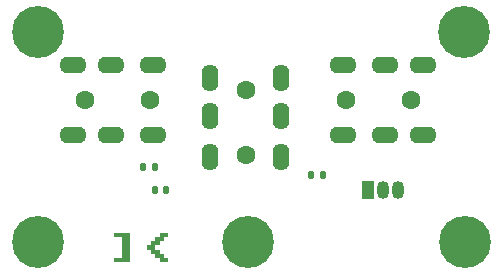
<source format=gbr>
%TF.GenerationSoftware,KiCad,Pcbnew,8.0.7+1*%
%TF.CreationDate,2025-02-03T22:01:07+01:00*%
%TF.ProjectId,passiveVCA,70617373-6976-4655-9643-412e6b696361,rev?*%
%TF.SameCoordinates,Original*%
%TF.FileFunction,Soldermask,Top*%
%TF.FilePolarity,Negative*%
%FSLAX46Y46*%
G04 Gerber Fmt 4.6, Leading zero omitted, Abs format (unit mm)*
G04 Created by KiCad (PCBNEW 8.0.7+1) date 2025-02-03 22:01:07*
%MOMM*%
%LPD*%
G01*
G04 APERTURE LIST*
G04 Aperture macros list*
%AMRoundRect*
0 Rectangle with rounded corners*
0 $1 Rounding radius*
0 $2 $3 $4 $5 $6 $7 $8 $9 X,Y pos of 4 corners*
0 Add a 4 corners polygon primitive as box body*
4,1,4,$2,$3,$4,$5,$6,$7,$8,$9,$2,$3,0*
0 Add four circle primitives for the rounded corners*
1,1,$1+$1,$2,$3*
1,1,$1+$1,$4,$5*
1,1,$1+$1,$6,$7*
1,1,$1+$1,$8,$9*
0 Add four rect primitives between the rounded corners*
20,1,$1+$1,$2,$3,$4,$5,0*
20,1,$1+$1,$4,$5,$6,$7,0*
20,1,$1+$1,$6,$7,$8,$9,0*
20,1,$1+$1,$8,$9,$2,$3,0*%
G04 Aperture macros list end*
%ADD10C,0.000000*%
%ADD11C,2.600000*%
%ADD12C,4.400000*%
%ADD13C,1.600000*%
%ADD14O,2.300000X1.400000*%
%ADD15O,1.400000X2.300000*%
%ADD16RoundRect,0.135000X-0.135000X-0.185000X0.135000X-0.185000X0.135000X0.185000X-0.135000X0.185000X0*%
%ADD17O,1.050000X1.500000*%
%ADD18R,1.050000X1.500000*%
%ADD19RoundRect,0.140000X-0.140000X-0.170000X0.140000X-0.170000X0.140000X0.170000X-0.140000X0.170000X0*%
G04 APERTURE END LIST*
D10*
%TO.C,REF\u002A\u002A*%
G36*
X99910714Y-90341773D02*
G01*
X99557143Y-90341773D01*
X99557143Y-90695338D01*
X99203572Y-90695338D01*
X99203572Y-91048904D01*
X98850002Y-91048904D01*
X98850002Y-91402470D01*
X99203572Y-91402470D01*
X99203572Y-91756035D01*
X99557143Y-91756035D01*
X99557143Y-92109601D01*
X99910714Y-92109601D01*
X99910714Y-92463167D01*
X99203572Y-92463167D01*
X99203572Y-92109601D01*
X98850002Y-92109601D01*
X98850002Y-91756035D01*
X98496431Y-91756035D01*
X98496431Y-91402470D01*
X98142860Y-91402470D01*
X98142860Y-91048904D01*
X98496431Y-91048904D01*
X98496431Y-90695338D01*
X98850002Y-90695338D01*
X98850002Y-90341773D01*
X99203572Y-90341773D01*
X99203572Y-89988207D01*
X99910714Y-89988207D01*
X99910714Y-90341773D01*
G37*
G36*
X96728575Y-92463207D02*
G01*
X95314287Y-92463207D01*
X95314287Y-92109641D01*
X96021428Y-92109641D01*
X96021428Y-90341793D01*
X95314287Y-90341793D01*
X95314287Y-89988207D01*
X96728575Y-89988207D01*
X96728575Y-92463207D01*
G37*
%TD*%
D11*
%TO.C,H5*%
X88900000Y-90805000D03*
D12*
X88900000Y-90805000D03*
%TD*%
D11*
%TO.C,H4*%
X125095000Y-90805000D03*
D12*
X125095000Y-90805000D03*
%TD*%
D11*
%TO.C,H3*%
X125000000Y-73000000D03*
D12*
X125000000Y-73000000D03*
%TD*%
D11*
%TO.C,H2*%
X106680000Y-90805000D03*
D12*
X106680000Y-90805000D03*
%TD*%
%TO.C,H1*%
X88900000Y-73025000D03*
D11*
X88900000Y-73025000D03*
%TD*%
D13*
%TO.C,U3*%
X120460013Y-78740000D03*
X114960140Y-78740000D03*
D14*
X121460013Y-75740000D03*
X118260114Y-75740000D03*
X114759987Y-75740000D03*
X114759987Y-81740000D03*
X118260114Y-81740000D03*
X121460013Y-81740000D03*
%TD*%
D15*
%TO.C,U2*%
X109500000Y-76899987D03*
X109500000Y-80099886D03*
X109500000Y-83600013D03*
X103500000Y-83600013D03*
X103500000Y-80099886D03*
X103500000Y-76899987D03*
D13*
X106500000Y-83399860D03*
X106500000Y-77899987D03*
%TD*%
D16*
%TO.C,R1*%
X97790000Y-84455000D03*
X98810000Y-84455000D03*
%TD*%
D17*
%TO.C,Q1*%
X119380000Y-86360000D03*
X118110000Y-86360000D03*
D18*
X116840000Y-86360000D03*
%TD*%
D16*
%TO.C,R2*%
X112010000Y-85090000D03*
X113030000Y-85090000D03*
%TD*%
D19*
%TO.C,C1*%
X98810000Y-86360000D03*
X99770000Y-86360000D03*
%TD*%
D13*
%TO.C,U1*%
X92900087Y-78740000D03*
X98399960Y-78740000D03*
D14*
X91900087Y-81740000D03*
X95099986Y-81740000D03*
X98600113Y-81740000D03*
X98600113Y-75740000D03*
X95099986Y-75740000D03*
X91900087Y-75740000D03*
%TD*%
M02*

</source>
